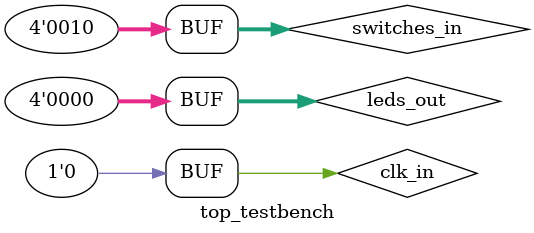
<source format=v>
`timescale 1ns / 1ps


module top_testbench;

reg  [3:0]  switches_in=0;
wire  [3:0]  leds_out=0;
reg clk_in = 1'b0;
   
top  dut (
    .switches(switches_in),
    .leds(leds_out),
    .board_clk(clk_in)
);

    // generate a clock
    always     // no sensitivity list, so it always executes
        begin
        clk_in= 1; #5; 
        clk_in= 0; #5; 
    // 10ns period
    end

initial 
    begin   
        switches_in = 4'b0;
        #100
        switches_in = 4'b0010;
    end
                  
endmodule

</source>
